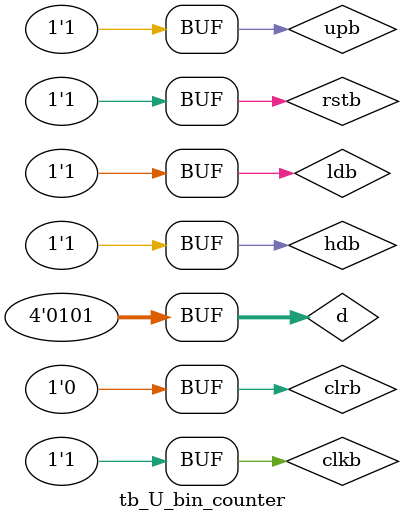
<source format=v>
module		U_bin_counter (q, pn, rstb, clkb, clrb, ldb, hdb, upb, d);

output	[3:0]	q;
output		pn;
input		rstb, clkb, clrb, ldb, hdb, upb;
input	[3:0]	d;

reg	[3:0]	q_reg, q_next;

always@(negedge clkb or negedge rstb)
    begin
	if(!rstb) // (rstb==0)
	    q_reg <= 0;
	else
	    q_reg <= q_next;
    end

always@*
    begin
	q_next = q_reg;
	if (!clrb)
	    q_next = 0;
	else if(!ldb)
	    q_next = d;
	else if(!hdb)
	    q_next = q_reg;
	else if(!upb)
	    q_next = q_reg + 1;
	else //upb == 0
	    q_next = q_reg - 1;
    end

assign	q = q_reg;
assign	pn = (q_reg == 4'd2 || q_reg == 4'd3 || q_reg == 4'd5 || q_reg == 4'd7 || q_reg == 4'd11 || q_reg == 4'd13) ? 1 : 0; 
// case statement is also OK instead of assign statement

endmodule




module		tb_U_bin_counter;

reg		rstb, clkb;
reg		clrb, ldb, hdb, upb;
reg	[3:0]	d;
wire	[3:0]	q;
wire		pn;

U_bin_counter	UUT (q, pn, rstb, clkb, clrb, ldb, hdb, upb, d);

always  // Clock generation
    begin
        #0	clkb = 0;
        #10	clkb = 1;
        #10	;
    end

initial
    begin
	#0	rstb = 1; clrb = 1; ldb = 1; hdb = 1; upb = 1; d = 4'd5;	// initial state
	#5	rstb = 0; clrb = 1; ldb = 1; hdb = 1; upb = 1; d = 4'd5;	// testing rstb (reset)
	#5	rstb = 1; clrb = 1; ldb = 0; hdb = 1; upb = 1; d = 4'd5;	// testing ldb  (load)
	#20	rstb = 1; clrb = 1; ldb = 1; hdb = 0; upb = 1; d = 4'd5;	// testing hdb  (hold)
	#20	rstb = 1; clrb = 1; ldb = 1; hdb = 1; upb = 1; d = 4'd5;	// testing upb  (count down)
	#20	rstb = 1; clrb = 1; ldb = 1; hdb = 1; upb = 0; d = 4'd5;	// testing upb  (count up)
	#200	rstb = 1; clrb = 0; ldb = 1; hdb = 1; upb = 1; d = 4'd5;	// testing clrb (clear)
    end

endmodule

</source>
